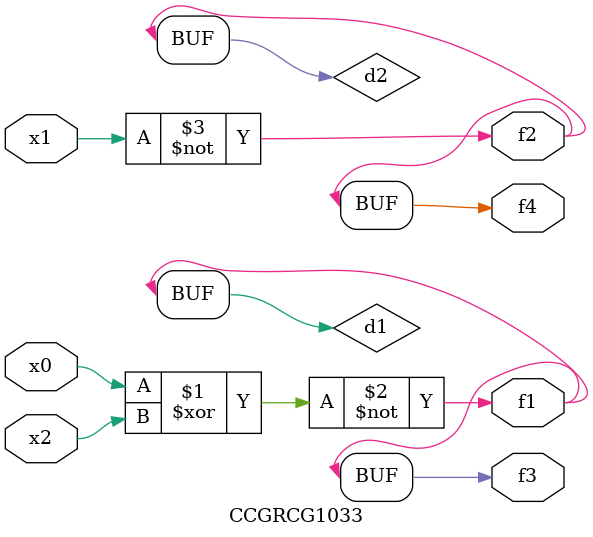
<source format=v>
module CCGRCG1033(
	input x0, x1, x2,
	output f1, f2, f3, f4
);

	wire d1, d2, d3;

	xnor (d1, x0, x2);
	nand (d2, x1);
	nor (d3, x1, x2);
	assign f1 = d1;
	assign f2 = d2;
	assign f3 = d1;
	assign f4 = d2;
endmodule

</source>
